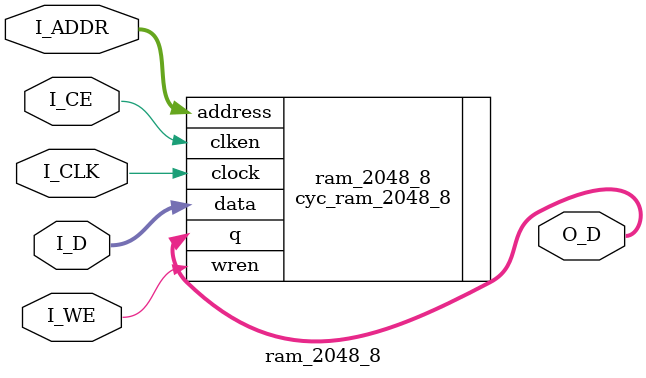
<source format=v>

module  ram_1024_8_8(
//   A Port
I_CLKA,
I_ADDRA,
I_DA,
I_CEA,
I_WEA,
O_DA,
//   B Port
I_CLKB,
I_ADDRB,
I_DB,
I_CEB,
I_WEB,
O_DB

);

input  I_CLKA,I_CLKB;
input  [9:0]I_ADDRA,I_ADDRB;
input  [7:0]I_DA,I_DB;
input  I_CEA,I_CEB;
input  I_WEA,I_WEB;
output [7:0]O_DA,O_DB;

wire   [7:0]W_DOA,W_DOB;
assign O_DA = I_CEA ? W_DOA : 8'h00;
assign O_DB = I_CEB ? W_DOB : 8'h00;

cyc_ram_1024_8_8 ram_1024_8_8(

.clock_a(I_CLKA),
.address_a(I_ADDRA),
.data_a(I_DA),
.enable_a(I_CEA),	
.wren_a(I_WEA),
.q_a(W_DOA),

.clock_b(I_CLKB),
.address_b(I_ADDRB),
.data_b(I_DB),
.enable_b(I_CEB),
.wren_b(I_WEB),
.q_b(W_DOB)

);


endmodule

//------ RAM 1024 * 8bit -----------------------------------------
module  ram_1024_8(

I_CLK,
I_ADDR,
I_D,
I_CE,
I_WE,
O_D

);

input  I_CLK;
input  [9:0]I_ADDR;
input  [7:0]I_D;
input  I_CE;
input  I_WE;
output [7:0]O_D;

wire   [7:0]W_DO;
assign O_D = I_CE ? W_DO : 8'h00;

cyc_ram_1024_8 ram_1024_8(

.clock(I_CLK),
.address(I_ADDR),
.data(I_D),
.wren(I_WE),
.clken(I_CE),
.q(W_DO)

);


endmodule

//   dkong_vram.v used
module  ram_2N(

I_CLK,
I_ADDR,
I_D,
I_CE,
I_WE,
O_D

);

input  I_CLK;
input  [7:0]I_ADDR;
input  [3:0]I_D;
input  I_CE;
input  I_WE;
output [3:0]O_D;

cyc_ram_256_4 ram_256_4(

.clock(I_CLK),
.address(I_ADDR),
.data(I_D),
.wren(I_WE),
.enable(I_CE),
.q(O_D)

);


endmodule

//   dkong_obj.v used
module  ram_2EH7M(

I_CLKA,
I_ADDRA,
I_DA,
I_CEA,
I_WEA,
O_DA,
//   B Port
I_CLKB,
I_ADDRB,
I_DB,
I_CEB,
I_WEB,
O_DB

);

input  I_CLKA,I_CLKB;
input  [7:0]I_ADDRA;
input  [5:0]I_ADDRB;
input  [5:0]I_DA;
input  [8:0]I_DB;
input  I_CEA,I_CEB;
input  I_WEA,I_WEB;
output [5:0]O_DA;
output [8:0]O_DB;

wire   [7:0]W_DOA;
assign O_DA = W_DOA[5:0];

wire   [15:0]W_DOB;
assign O_DB = W_DOB[8:0]; 

cyc_ram_512_8_256_16 ram_2EH7M(

.clock_a(I_CLKA),
.address_a({1'b0,I_ADDRA}),
.data_a({2'b00,I_DA}),
.enable_a(I_CEA),	
.wren_a(I_WEA),
.q_a(W_DOA),

.clock_b(I_CLKB),
.address_b({2'b11,I_ADDRB}),
.data_b({7'b0000000,I_DB}),
.enable_b(I_CEB),
.wren_b(I_WEB),
.q_b(W_DOB)

);


endmodule

//   dkong_col_pal.v used
module  ram_2EF(
//   A Port
I_CLKA,
I_ADDRA,
I_DA,
I_CEA,
I_WEA,
O_DA,
//   B Port
I_CLKB,
I_ADDRB,
I_DB,
I_CEB,
I_WEB,
O_DB

);

input  I_CLKA,I_CLKB;
input  [7:0]I_ADDRA,I_ADDRB;
input  [7:0]I_DA,I_DB;
input  I_CEA,I_CEB;
input  I_WEA,I_WEB;
output [7:0]O_DA,O_DB;

cyc_ram_512_8_8 ram_512_8_8(

.clock_a(I_CLKA),
.address_a({1'b0,I_ADDRA}),
.data_a(I_DA),
.enable_a(I_CEA),	
.wren_a(I_WEA),
.q_a(O_DA),

.clock_b(I_CLKB),
.address_b({1'b1,I_ADDRB}),
.data_b(I_DB),
.enable_b(I_CEB),
.wren_b(I_WEB),
.q_b(O_DB)

);


endmodule

//  vga i/f
module  double_scan(
//   A Port
I_CLKA,
I_ADDRA,
I_DA,
I_CEA,
I_WEA,
O_DA,
//   B Port
I_CLKB,
I_ADDRB,
I_DB,
I_CEB,
I_WEB,
O_DB

);

input  I_CLKA,I_CLKB;
input  [8:0]I_ADDRA,I_ADDRB;
input  [7:0]I_DA,I_DB;
input  I_CEA,I_CEB;
input  I_WEA,I_WEB;
output [7:0]O_DA,O_DB;

cyc_ram_512_8_8 ram_512_8_8(

.clock_a(I_CLKA),
.address_a(I_ADDRA),
.data_a(I_DA),
.enable_a(I_CEA),	
.wren_a(I_WEA),
.q_a(O_DA),

.clock_b(I_CLKB),
.address_b(I_ADDRB),
.data_b(I_DB),
.enable_b(I_CEB),
.wren_b(I_WEB),
.q_b(O_DB)

);


endmodule

//  i8035_ip
module  ram_64_8(

I_CLK,
I_ADDR,
I_D,
I_CE,
I_WE,
O_D

);

input  I_CLK;
input  [5:0]I_ADDR;
input  [7:0]I_D;
input  I_CE;
input  I_WE;
output [7:0]O_D;

cyc_ram_64_8 ram_64_8(

.clock(I_CLK),
.address(I_ADDR),
.data(I_D),
.wren(I_WE),
.clken(I_CE),
.q(O_D)

);


endmodule

//  sound
module  ram_2048_8(

I_CLK,
I_ADDR,
I_D,
I_CE,
I_WE,
O_D

);

input  I_CLK;
input  [10:0]I_ADDR;
input  [7:0]I_D;
input  I_CE;
input  I_WE;
output [7:0]O_D;

cyc_ram_2048_8 ram_2048_8(

.clock(I_CLK),
.address(I_ADDR),
.data(I_D),
.wren(I_WE),
.clken(I_CE),
.q(O_D)

);


endmodule

</source>
